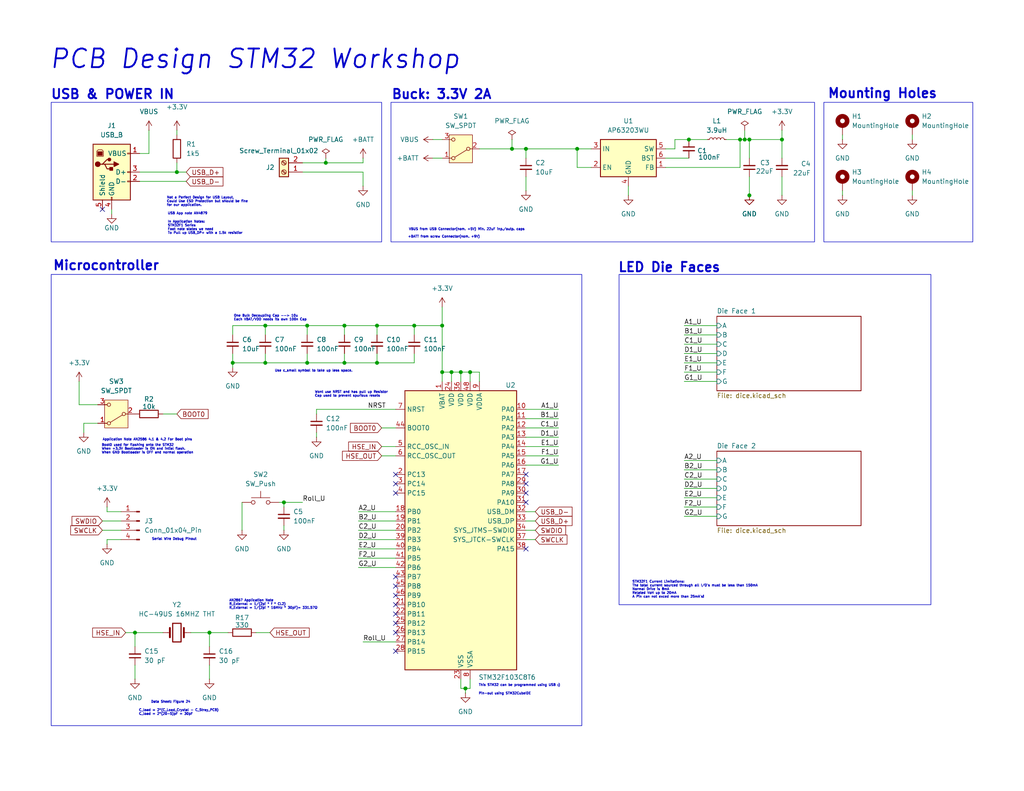
<source format=kicad_sch>
(kicad_sch (version 20250114) (generator "eeschema") (generator_version "9.0")
  (paper "USLetter")
  (title_block (title "STM32F4 PCB Workshop ") (date "2025-09-18") (rev "V1.0") (company "Matthew Smith"))
  (lib_symbols
    (symbol "Connector:Conn_01x04_Pin" (pin_names (offset 1.016) (hide yes))
      (property "Reference" "J" (at 0 5.08 0))
      (property "Value" "Conn_01x04_Pin" (at 0 -7.62 0))
      (symbol "Conn_01x04_Pin_1_1"
        (rectangle (start 0.8636 2.667) (end 0 2.413) (stroke (width 0.1524)) (fill (type outline)))
        (rectangle (start 0.8636 0.127) (end 0 -0.127) (stroke (width 0.1524)) (fill (type outline)))
        (rectangle (start 0.8636 -2.413) (end 0 -2.667) (stroke (width 0.1524)) (fill (type outline)))
        (rectangle (start 0.8636 -4.953) (end 0 -5.207) (stroke (width 0.1524)) (fill (type outline)))
        (polyline (pts (xy 1.27 2.54) (xy 0.8636 2.54)) (stroke (width 0.1524)))
        (polyline (pts (xy 1.27 0) (xy 0.8636 0)) (stroke (width 0.1524)))
        (polyline (pts (xy 1.27 -2.54) (xy 0.8636 -2.54)) (stroke (width 0.1524)))
        (polyline (pts (xy 1.27 -5.08) (xy 0.8636 -5.08)) (stroke (width 0.1524)))
        (pin passive line (at 5.08 2.54 180) (length 3.81) (name "Pin_1") (number "1"))
        (pin passive line (at 5.08 0 180) (length 3.81) (name "Pin_2") (number "2"))
        (pin passive line (at 5.08 -2.54 180) (length 3.81) (name "Pin_3") (number "3"))
        (pin passive line (at 5.08 -5.08 180) (length 3.81) (name "Pin_4") (number "4"))
      )
    )
    (symbol "Connector:Screw_Terminal_01x02" (pin_names (offset 1.016) (hide yes))
      (property "Reference" "J" (at 0 2.54 0))
      (property "Value" "Screw_Terminal_01x02" (at 0 -5.08 0))
      (symbol "Screw_Terminal_01x02_1_1"
        (rectangle (start -1.27 1.27) (end 1.27 -3.81) (stroke (width 0.254)) (fill (type background)))
        (polyline (pts (xy -0.5334 0.3302) (xy 0.3302 -0.508)) (stroke (width 0.1524)))
        (polyline (pts (xy -0.5334 -2.2098) (xy 0.3302 -3.048)) (stroke (width 0.1524)))
        (polyline (pts (xy -0.3556 0.508) (xy 0.508 -0.3302)) (stroke (width 0.1524)))
        (polyline (pts (xy -0.3556 -2.032) (xy 0.508 -2.8702)) (stroke (width 0.1524)))
        (circle (center 0 0) (radius 0.635) (stroke (width 0.1524)))
        (circle (center 0 -2.54) (radius 0.635) (stroke (width 0.1524)))
        (pin passive line (at -5.08 0 0) (length 3.81) (name "Pin_1") (number "1"))
        (pin passive line (at -5.08 -2.54 0) (length 3.81) (name "Pin_2") (number "2"))
      )
    )
    (symbol "Connector:USB_B" (pin_names (offset 1.016))
      (property "Reference" "J" (at -5.08 11.43 0))
      (property "Value" "USB_B" (at -5.08 8.89 0))
      (symbol "USB_B_0_1"
        (rectangle (start -5.08 -7.62) (end 5.08 7.62) (stroke (width 0.254)) (fill (type background)))
        (polyline (pts (xy -4.064 4.318) (xy -2.286 4.318) (xy -2.286 5.715) (xy -2.667 6.096) (xy -3.683 6.096) (xy -4.064 5.715) (xy -4.064 4.318)))
        (rectangle (start -3.81 5.588) (end -2.54 4.572) (fill (type outline)))
        (circle (center -3.81 2.159) (radius 0.635) (stroke (width 0.254)) (fill (type outline)))
        (polyline (pts (xy -3.175 2.159) (xy -2.54 2.159) (xy -1.27 3.429) (xy -0.635 3.429)) (stroke (width 0.254)))
        (polyline (pts (xy -2.54 2.159) (xy -1.905 2.159) (xy -1.27 0.889) (xy 0 0.889)) (stroke (width 0.254)))
        (polyline (pts (xy -1.905 2.159) (xy 0.635 2.159)) (stroke (width 0.254)))
        (circle (center -0.635 3.429) (radius 0.381) (stroke (width 0.254)) (fill (type outline)))
        (rectangle (start -0.127 -7.62) (end 0.127 -6.858))
        (rectangle (start 0.254 1.27) (end -0.508 0.508) (stroke (width 0.254)) (fill (type outline)))
        (polyline (pts (xy 0.635 2.794) (xy 0.635 1.524) (xy 1.905 2.159) (xy 0.635 2.794)) (stroke (width 0.254)) (fill (type outline)))
        (rectangle (start 5.08 4.953) (end 4.318 5.207))
        (rectangle (start 5.08 -0.127) (end 4.318 0.127))
        (rectangle (start 5.08 -2.667) (end 4.318 -2.413))
      )
      (symbol "USB_B_1_1"
        (pin passive line (at -2.54 -10.16 90) (length 2.54) (name "Shield") (number "5"))
        (pin power_out line (at 0 -10.16 90) (length 2.54) (name "GND") (number "4"))
        (pin power_out line (at 7.62 5.08 180) (length 2.54) (name "VBUS") (number "1"))
        (pin bidirectional line (at 7.62 0 180) (length 2.54) (name "D+") (number "3"))
        (pin bidirectional line (at 7.62 -2.54 180) (length 2.54) (name "D-") (number "2"))
      )
    )
    (symbol "Device:C_Small" (pin_numbers (hide yes)) (pin_names (offset 0.254) (hide yes))
      (property "Reference" "C" (at 0.254 1.778 0))
      (property "Value" "C_Small" (at 0.254 -2.032 0))
      (symbol "C_Small_0_1"
        (polyline (pts (xy -1.524 0.508) (xy 1.524 0.508)) (stroke (width 0.3048)))
        (polyline (pts (xy -1.524 -0.508) (xy 1.524 -0.508)) (stroke (width 0.3302)))
      )
      (symbol "C_Small_1_1"
        (pin passive line (at 0 2.54 270) (length 2.032) (name "~") (number "1"))
        (pin passive line (at 0 -2.54 90) (length 2.032) (name "~") (number "2"))
      )
    )
    (symbol "Device:Crystal" (pin_numbers (hide yes)) (pin_names (offset 1.016) (hide yes))
      (property "Reference" "Y" (at 0 3.81 0))
      (property "Value" "Crystal" (at 0 -3.81 0))
      (symbol "Crystal_0_1"
        (polyline (pts (xy -2.54 0) (xy -1.905 0)))
        (polyline (pts (xy -1.905 -1.27) (xy -1.905 1.27)) (stroke (width 0.508)))
        (rectangle (start -1.143 2.54) (end 1.143 -2.54) (stroke (width 0.3048)))
        (polyline (pts (xy 1.905 -1.27) (xy 1.905 1.27)) (stroke (width 0.508)))
        (polyline (pts (xy 2.54 0) (xy 1.905 0)))
      )
      (symbol "Crystal_1_1"
        (pin passive line (at -3.81 0 0) (length 1.27) (name "1") (number "1"))
        (pin passive line (at 3.81 0 180) (length 1.27) (name "2") (number "2"))
      )
    )
    (symbol "Device:L_Small" (pin_numbers (hide yes)) (pin_names (offset 0.254) (hide yes))
      (property "Reference" "L" (at 0.762 1.016 0))
      (property "Value" "L_Small" (at 0.762 -1.016 0))
      (symbol "L_Small_0_1"
        (arc (start 0 2.032) (mid 0.5058 1.524) (end 0 1.016))
        (arc (start 0 1.016) (mid 0.5058 0.508) (end 0 0))
        (arc (start 0 0) (mid 0.5058 -0.508) (end 0 -1.016))
        (arc (start 0 -1.016) (mid 0.5058 -1.524) (end 0 -2.032))
      )
      (symbol "L_Small_1_1"
        (pin passive line (at 0 2.54 270) (length 0.508) (name "~") (number "1"))
        (pin passive line (at 0 -2.54 90) (length 0.508) (name "~") (number "2"))
      )
    )
    (symbol "Device:R" (pin_numbers (hide yes)) (pin_names (offset 0))
      (property "Reference" "R" (at 2.032 0 90))
      (property "Value" "R" (at 0 0 90))
      (symbol "R_0_1"
        (rectangle (start -1.016 -2.54) (end 1.016 2.54) (stroke (width 0.254)))
      )
      (symbol "R_1_1"
        (pin passive line (at 0 3.81 270) (length 1.27) (name "~") (number "1"))
        (pin passive line (at 0 -3.81 90) (length 1.27) (name "~") (number "2"))
      )
    )
    (symbol "MCU_ST_STM32F1:STM32F103C8Tx"
      (property "Reference" "U" (at -15.24 39.37 0))
      (property "Value" "STM32F103C8Tx" (at 7.62 39.37 0))
      (symbol "STM32F103C8Tx_0_1"
        (rectangle (start -15.24 -38.1) (end 15.24 38.1) (stroke (width 0.254)) (fill (type background)))
      )
      (symbol "STM32F103C8Tx_1_1"
        (pin input line (at -17.78 33.02 0) (length 2.54) (name "NRST") (number "7"))
        (pin input line (at -17.78 27.94 0) (length 2.54) (name "BOOT0") (number "44"))
        (pin bidirectional line (at -17.78 22.86 0) (length 2.54) (name "PD0") (number "5") (alternate "RCC_OSC_IN" bidirectional line))
        (pin bidirectional line (at -17.78 20.32 0) (length 2.54) (name "PD1") (number "6") (alternate "RCC_OSC_OUT" bidirectional line))
        (pin bidirectional line (at -17.78 15.24 0) (length 2.54) (name "PC13") (number "2"))
        (pin bidirectional line (at -17.78 12.7 0) (length 2.54) (name "PC14") (number "3"))
        (pin bidirectional line (at -17.78 10.16 0) (length 2.54) (name "PC15") (number "4"))
        (pin bidirectional line (at -17.78 5.08 0) (length 2.54) (name "PB0") (number "18"))
        (pin bidirectional line (at -17.78 2.54 0) (length 2.54) (name "PB1") (number "19"))
        (pin bidirectional line (at -17.78 0 0) (length 2.54) (name "PB2") (number "20"))
        (pin bidirectional line (at -17.78 -2.54 0) (length 2.54) (name "PB3") (number "39"))
        (pin bidirectional line (at -17.78 -5.08 0) (length 2.54) (name "PB4") (number "40"))
        (pin bidirectional line (at -17.78 -7.62 0) (length 2.54) (name "PB5") (number "41"))
        (pin bidirectional line (at -17.78 -10.16 0) (length 2.54) (name "PB6") (number "42"))
        (pin bidirectional line (at -17.78 -12.7 0) (length 2.54) (name "PB7") (number "43"))
        (pin bidirectional line (at -17.78 -15.24 0) (length 2.54) (name "PB8") (number "45"))
        (pin bidirectional line (at -17.78 -17.78 0) (length 2.54) (name "PB9") (number "46"))
        (pin bidirectional line (at -17.78 -20.32 0) (length 2.54) (name "PB10") (number "21"))
        (pin bidirectional line (at -17.78 -22.86 0) (length 2.54) (name "PB11") (number "22"))
        (pin bidirectional line (at -17.78 -25.4 0) (length 2.54) (name "PB12") (number "25"))
        (pin bidirectional line (at -17.78 -27.94 0) (length 2.54) (name "PB13") (number "26"))
        (pin bidirectional line (at -17.78 -30.48 0) (length 2.54) (name "PB14") (number "27"))
        (pin bidirectional line (at -17.78 -33.02 0) (length 2.54) (name "PB15") (number "28"))
        (pin power_in line (at -5.08 40.64 270) (length 2.54) (name "VBAT") (number "1"))
        (pin power_in line (at -2.54 40.64 270) (length 2.54) (name "VDD") (number "24"))
        (pin power_in line (at 0 40.64 270) (length 2.54) (name "VDD") (number "36"))
        (pin power_in line (at 0 -40.64 90) (length 2.54) (name "VSS") (number "23"))
        (pin passive line (at 0 -40.64 90) (length 2.54) (hide yes) (name "VSS") (number "35"))
        (pin passive line (at 0 -40.64 90) (length 2.54) (hide yes) (name "VSS") (number "47"))
        (pin power_in line (at 2.54 40.64 270) (length 2.54) (name "VDD") (number "48"))
        (pin power_in line (at 2.54 -40.64 90) (length 2.54) (name "VSSA") (number "8"))
        (pin power_in line (at 5.08 40.64 270) (length 2.54) (name "VDDA") (number "9"))
        (pin bidirectional line (at 17.78 33.02 180) (length 2.54) (name "PA0") (number "10"))
        (pin bidirectional line (at 17.78 30.48 180) (length 2.54) (name "PA1") (number "11"))
        (pin bidirectional line (at 17.78 27.94 180) (length 2.54) (name "PA2") (number "12"))
        (pin bidirectional line (at 17.78 25.4 180) (length 2.54) (name "PA3") (number "13"))
        (pin bidirectional line (at 17.78 22.86 180) (length 2.54) (name "PA4") (number "14"))
        (pin bidirectional line (at 17.78 20.32 180) (length 2.54) (name "PA5") (number "15"))
        (pin bidirectional line (at 17.78 17.78 180) (length 2.54) (name "PA6") (number "16"))
        (pin bidirectional line (at 17.78 15.24 180) (length 2.54) (name "PA7") (number "17"))
        (pin bidirectional line (at 17.78 12.7 180) (length 2.54) (name "PA8") (number "29"))
        (pin bidirectional line (at 17.78 10.16 180) (length 2.54) (name "PA9") (number "30"))
        (pin bidirectional line (at 17.78 7.62 180) (length 2.54) (name "PA10") (number "31"))
        (pin bidirectional line (at 17.78 5.08 180) (length 2.54) (name "PA11") (number "32") (alternate "USB_DM" bidirectional line))
        (pin bidirectional line (at 17.78 2.54 180) (length 2.54) (name "PA12") (number "33") (alternate "USB_DP" bidirectional line))
        (pin bidirectional line (at 17.78 0 180) (length 2.54) (name "PA13") (number "34") (alternate "SYS_JTMS-SWDIO" bidirectional line))
        (pin bidirectional line (at 17.78 -2.54 180) (length 2.54) (name "PA14") (number "37") (alternate "SYS_JTCK-SWCLK" bidirectional line))
        (pin bidirectional line (at 17.78 -5.08 180) (length 2.54) (name "PA15") (number "38"))
      )
    )
    (symbol "Mechanical:MountingHole_Pad" (pin_numbers (hide yes)) (pin_names (offset 1.016) (hide yes)) (in_bom no)
      (property "Reference" "H" (at 0 6.35 0))
      (property "Value" "MountingHole_Pad" (at 0 4.445 0))
      (symbol "MountingHole_Pad_0_1"
        (circle (center 0 1.27) (radius 1.27) (stroke (width 1.27)))
      )
      (symbol "MountingHole_Pad_1_1"
        (pin input line (at 0 -2.54 90) (length 2.54) (name "1") (number "1"))
      )
    )
    (symbol "Regulator_Switching:AP63203WU"
      (property "Reference" "U" (at -7.62 6.35 0))
      (property "Value" "AP63203WU" (at 2.54 6.35 0))
      (symbol "AP63203WU_0_1"
        (rectangle (start -7.62 5.08) (end 7.62 -5.08) (stroke (width 0.254)) (fill (type background)))
      )
      (symbol "AP63203WU_1_1"
        (pin power_in line (at -10.16 2.54 0) (length 2.54) (name "IN") (number "3"))
        (pin input line (at -10.16 -2.54 0) (length 2.54) (name "EN") (number "2"))
        (pin power_in line (at 0 -7.62 90) (length 2.54) (name "GND") (number "4"))
        (pin output line (at 10.16 2.54 180) (length 2.54) (name "SW") (number "5"))
        (pin passive line (at 10.16 0 180) (length 2.54) (name "BST") (number "6"))
        (pin input line (at 10.16 -2.54 180) (length 2.54) (name "FB") (number "1"))
      )
    )
    (symbol "Switch:SW_Push" (pin_numbers (hide yes)) (pin_names (offset 1.016) (hide yes))
      (property "Reference" "SW" (at 1.27 2.54 0))
      (property "Value" "SW_Push" (at 0 -1.524 0))
      (symbol "SW_Push_0_1"
        (circle (center -2.032 0) (radius 0.508))
        (polyline (pts (xy 0 1.27) (xy 0 3.048)))
        (circle (center 2.032 0) (radius 0.508))
        (polyline (pts (xy 2.54 1.27) (xy -2.54 1.27)))
        (pin passive line (at -5.08 0 0) (length 2.54) (name "1") (number "1"))
        (pin passive line (at 5.08 0 180) (length 2.54) (name "2") (number "2"))
      )
    )
    (symbol "Switch:SW_SPDT" (pin_names (offset 0) (hide yes))
      (property "Reference" "SW" (at 0 5.08 0))
      (property "Value" "SW_SPDT" (at 0 -5.08 0))
      (symbol "SW_SPDT_0_1"
        (circle (center -2.032 0) (radius 0.4572))
        (polyline (pts (xy -1.651 0.254) (xy 1.651 2.286)))
        (circle (center 2.032 2.54) (radius 0.4572))
        (circle (center 2.032 -2.54) (radius 0.4572))
      )
      (symbol "SW_SPDT_1_1"
        (rectangle (start -3.175 3.81) (end 3.175 -3.81) (fill (type background)))
        (pin passive line (at -5.08 0 0) (length 2.54) (name "B") (number "2"))
        (pin passive line (at 5.08 2.54 180) (length 2.54) (name "A") (number "1"))
        (pin passive line (at 5.08 -2.54 180) (length 2.54) (name "C") (number "3"))
      )
    )
    (symbol "power:+3.3V" (power) (pin_numbers (hide yes)) (pin_names (offset 0) (hide yes))
      (property "Value" "+3.3V" (at 0 3.556 0))
      (symbol "+3.3V_0_1"
        (polyline (pts (xy -0.762 1.27) (xy 0 2.54)))
        (polyline (pts (xy 0 2.54) (xy 0.762 1.27)))
        (polyline (pts (xy 0 0) (xy 0 2.54)))
      )
      (symbol "+3.3V_1_1"
        (pin power_in line (at 0 0 90) (length 0) (name "~") (number "1"))
      )
    )
    (symbol "power:+BATT" (power) (pin_numbers (hide yes)) (pin_names (offset 0) (hide yes))
      (property "Value" "+BATT" (at 0 3.556 0))
      (symbol "+BATT_0_1"
        (polyline (pts (xy -0.762 1.27) (xy 0 2.54)))
        (polyline (pts (xy 0 2.54) (xy 0.762 1.27)))
        (polyline (pts (xy 0 0) (xy 0 2.54)))
      )
      (symbol "+BATT_1_1"
        (pin power_in line (at 0 0 90) (length 0) (name "~") (number "1"))
      )
    )
    (symbol "power:GND" (power) (pin_numbers (hide yes)) (pin_names (offset 0) (hide yes))
      (property "Value" "GND" (at 0 -3.81 0))
      (symbol "GND_0_1"
        (polyline (pts (xy 0 0) (xy 0 -1.27) (xy 1.27 -1.27) (xy 0 -2.54) (xy -1.27 -1.27) (xy 0 -1.27)))
      )
      (symbol "GND_1_1"
        (pin power_in line (at 0 0 270) (length 0) (name "~") (number "1"))
      )
    )
    (symbol "power:PWR_FLAG" (power) (pin_numbers (hide yes)) (pin_names (offset 0) (hide yes))
      (property "Value" "PWR_FLAG" (at 0 3.81 0))
      (symbol "PWR_FLAG_0_0"
        (pin power_out line (at 0 0 90) (length 0) (name "~") (number "1"))
      )
      (symbol "PWR_FLAG_0_1"
        (polyline (pts (xy 0 0) (xy 0 1.27) (xy -1.016 1.905) (xy 0 2.54) (xy 1.016 1.905) (xy 0 1.27)))
      )
    )
    (symbol "power:VBUS" (power) (pin_numbers (hide yes)) (pin_names (offset 0) (hide yes))
      (property "Value" "VBUS" (at 0 3.556 0))
      (symbol "VBUS_0_1"
        (polyline (pts (xy -0.762 1.27) (xy 0 2.54)))
        (polyline (pts (xy 0 2.54) (xy 0.762 1.27)))
        (polyline (pts (xy 0 0) (xy 0 2.54)))
      )
      (symbol "VBUS_1_1"
        (pin power_in line (at 0 0 90) (length 0) (name "~") (number "1"))
      )
    )
  )
  (rectangle (start 13.97 27.94) (end 104.14 66.04))
  (rectangle (start 224.79 27.94) (end 265.43 66.04))
  (rectangle (start 106.68 27.94) (end 222.25 66.04))
  (rectangle (start 168.91 74.93) (end 254 165.1))
  (rectangle (start 13.97 74.93) (end 158.75 198.12))
  (text "VBUS from USB Connector(nom. +5V) Min. 22uF inp./outp. caps" (at 111.506 62.738 0) (effects (font (size 0.635 0.635)) (justify left)))
  (text "USB & POWER IN" (at 30.734 25.908 0) (effects (font (size 2.54 2.54) (thickness 0.508) (bold yes))))
  (text "PCB Design STM32 Workshop" (at 69.596 16.256 0) (effects (font (size 5.08 5.08) (thickness 0.508) (bold yes) (italic yes))))
  (text "USB App note AN4879" (at 45.72 58.42 0) (effects (font (size 0.635 0.635)) (justify left)))
  (text "In Application Notes:\nSTM32F1 Series \nFoot note states we need\nTo Pull up USB_DP+ with a 1.5k resistior\n\n" (at 45.72 62.738 0) (effects (font (size 0.635 0.635)) (justify left)))
  (text "This STM32 can be programmed using USB :)" (at 130.556 187.198 0) (effects (font (size 0.635 0.635)) (justify left)))
  (text "+BATT from screw Connector(nom. +9V)" (at 111.252 64.77 0) (effects (font (size 0.635 0.635)) (justify left)))
  (text "LED Die Faces" (at 182.626 73.152 0) (effects (font (size 2.54 2.54) (thickness 0.508) (bold yes))))
  (text "AN2867 Application Note\nR_External = 1/(2pi * f * CL2)\nR_External = 1/(2pi * 16MHz * 30pF)= 331.57Ω" (at 62.484 165.1 0) (effects (font (size 0.635 0.635)) (justify left)))
  (text "C_load = 2*(C_Load_Crystal - C_Stray_PCB)\nC_load = 2*(20-5)pF = 30pF" (at 37.846 194.564 0) (effects (font (size 0.635 0.635)) (justify left)))
  (text "Use c_small symbol to take up less space." (at 74.93 101.346 0) (effects (font (size 0.635 0.635)) (justify left)))
  (text "Mounting Holes" (at 240.792 25.654 0) (effects (font (size 2.54 2.54) (thickness 0.508) (bold yes))))
  (text "One Bulk Decoupling Cap --> 10u\nEach VBAT/VDD needs its own 100n Cap\n" (at 63.754 86.868 0) (effects (font (size 0.635 0.635)) (justify left)))
  (text "Wont use NRST and has pull up Resistor\nCap used to prevent spurious resets" (at 85.852 107.696 0) (effects (font (size 0.635 0.635)) (justify left)))
  (text "Pin-out using STM32CubeIDE" (at 130.556 189.484 0) (effects (font (size 0.635 0.635)) (justify left)))
  (text "Not a Perfect Design for USB Layout,\nCould Use ESD Protection but should be fine \nfor our application." (at 45.466 55.118 0) (effects (font (size 0.635 0.635)) (justify left)))
  (text "Data Sheet: Figure 24" (at 41.148 191.77 0) (effects (font (size 0.635 0.635)) (justify left)))
  (text "Buck: 3.3V 2A" (at 106.68 25.908 0) (effects (font (size 2.54 2.54) (thickness 0.508) (bold yes)) (justify left)))
  (text "Microcontroller" (at 28.956 72.644 0) (effects (font (size 2.54 2.54) (thickness 0.508) (bold yes))))
  (text "STM32F1 Current Limitations:\nThe total current sourced through all I/O's must be less than 150mA\nNormal Drive is 8mA\nRelated VoH up to 20mA\nA Pin can not exced more than 25mA's!" (at 172.466 161.036 0) (effects (font (size 0.635 0.635)) (justify left)))
  (text "Boot0 used for flashing onto the STM32\nWhen +3.3V Bootloader is ON and intial flash.\nWhen GND Bootloader is OFF and normal operation" (at 27.686 122.682 0) (effects (font (size 0.635 0.635)) (justify left)))
  (text "Serial Wire Debug Pinout\n\n" (at 41.402 147.828 0) (effects (font (size 0.635 0.635)) (justify left)))
  (text "Application Note AN2586 4.1 & 4.2 For Boot pins" (at 27.94 120.142 0) (effects (font (size 0.635 0.635)) (justify left)))
  (junction (at 102.87 99.06))
  (junction (at 203.2 38.1))
  (junction (at 213.36 38.1))
  (junction (at 63.5 99.06))
  (junction (at 143.51 40.64))
  (junction (at 36.83 172.72))
  (junction (at 120.65 88.9))
  (junction (at 83.82 88.9))
  (junction (at 48.26 46.99))
  (junction (at 83.82 99.06))
  (junction (at 123.19 101.6))
  (junction (at 72.39 99.06))
  (junction (at 57.15 172.72))
  (junction (at 157.48 40.64))
  (junction (at 201.93 38.1))
  (junction (at 93.98 88.9))
  (junction (at 113.03 88.9))
  (junction (at 120.65 101.6))
  (junction (at 77.47 137.16))
  (junction (at 204.47 38.1))
  (junction (at 187.96 38.1))
  (junction (at 139.7 40.64))
  (junction (at 204.47 53.34))
  (junction (at 125.73 101.6))
  (junction (at 128.27 101.6))
  (junction (at 72.39 88.9))
  (junction (at 127 187.96))
  (junction (at 102.87 88.9))
  (junction (at 88.9 44.45))
  (junction (at 93.98 99.06))
  (no_connect (at 107.95 132.08))
  (no_connect (at 143.51 149.86))
  (no_connect (at 107.95 177.8))
  (no_connect (at 107.95 157.48))
  (no_connect (at 143.51 134.62))
  (no_connect (at 143.51 129.54))
  (no_connect (at 107.95 170.18))
  (no_connect (at 27.94 57.15))
  (no_connect (at 107.95 134.62))
  (no_connect (at 143.51 137.16))
  (no_connect (at 107.95 129.54))
  (no_connect (at 107.95 162.56))
  (no_connect (at 107.95 160.02))
  (no_connect (at 107.95 172.72))
  (no_connect (at 107.95 167.64))
  (no_connect (at 143.51 132.08))
  (no_connect (at 107.95 165.1))
  (wire (pts (xy 63.5 88.9) (xy 72.39 88.9)))
  (wire (pts (xy 57.15 172.72) (xy 57.15 176.53)))
  (wire (pts (xy 99.06 43.18) (xy 99.06 44.45)))
  (wire (pts (xy 181.61 45.72) (xy 201.93 45.72)))
  (wire (pts (xy 146.05 139.7) (xy 143.51 139.7)))
  (wire (pts (xy 93.98 99.06) (xy 83.82 99.06)))
  (wire (pts (xy 27.94 144.78) (xy 33.02 144.78)))
  (wire (pts (xy 77.47 143.51) (xy 77.47 144.78)))
  (wire (pts (xy 36.83 181.61) (xy 36.83 185.42)))
  (wire (pts (xy 203.2 38.1) (xy 204.47 38.1)))
  (wire (pts (xy 125.73 101.6) (xy 123.19 101.6)))
  (wire (pts (xy 143.51 116.84) (xy 152.4 116.84)))
  (wire (pts (xy 83.82 88.9) (xy 83.82 91.44)))
  (wire (pts (xy 195.58 93.98) (xy 186.69 93.98)))
  (wire (pts (xy 157.48 45.72) (xy 157.48 40.64)))
  (wire (pts (xy 113.03 88.9) (xy 120.65 88.9)))
  (wire (pts (xy 104.14 116.84) (xy 107.95 116.84)))
  (wire (pts (xy 213.36 35.56) (xy 213.36 38.1)))
  (wire (pts (xy 195.58 133.35) (xy 186.69 133.35)))
  (wire (pts (xy 143.51 40.64) (xy 143.51 43.18)))
  (wire (pts (xy 171.45 50.8) (xy 171.45 53.34)))
  (wire (pts (xy 82.55 44.45) (xy 88.9 44.45)))
  (wire (pts (xy 63.5 99.06) (xy 63.5 100.33)))
  (wire (pts (xy 97.79 139.7) (xy 107.95 139.7)))
  (wire (pts (xy 120.65 88.9) (xy 120.65 101.6)))
  (wire (pts (xy 72.39 96.52) (xy 72.39 99.06)))
  (wire (pts (xy 128.27 101.6) (xy 130.81 101.6)))
  (wire (pts (xy 248.92 38.1) (xy 248.92 36.83)))
  (wire (pts (xy 30.48 57.15) (xy 30.48 58.42)))
  (wire (pts (xy 143.51 119.38) (xy 152.4 119.38)))
  (wire (pts (xy 204.47 38.1) (xy 204.47 43.18)))
  (wire (pts (xy 86.36 118.11) (xy 86.36 119.38)))
  (wire (pts (xy 72.39 88.9) (xy 83.82 88.9)))
  (wire (pts (xy 29.21 138.43) (xy 29.21 139.7)))
  (wire (pts (xy 86.36 111.76) (xy 107.95 111.76)))
  (wire (pts (xy 195.58 88.9) (xy 186.69 88.9)))
  (wire (pts (xy 88.9 43.18) (xy 88.9 44.45)))
  (wire (pts (xy 99.06 46.99) (xy 82.55 46.99)))
  (wire (pts (xy 229.87 53.34) (xy 229.87 52.07)))
  (wire (pts (xy 104.14 121.92) (xy 107.95 121.92)))
  (wire (pts (xy 128.27 187.96) (xy 127 187.96)))
  (wire (pts (xy 57.15 181.61) (xy 57.15 185.42)))
  (wire (pts (xy 198.12 38.1) (xy 201.93 38.1)))
  (wire (pts (xy 161.29 45.72) (xy 157.48 45.72)))
  (wire (pts (xy 77.47 138.43) (xy 77.47 137.16)))
  (wire (pts (xy 107.95 152.4) (xy 97.79 152.4)))
  (wire (pts (xy 104.14 124.46) (xy 107.95 124.46)))
  (wire (pts (xy 63.5 96.52) (xy 63.5 99.06)))
  (wire (pts (xy 143.51 114.3) (xy 152.4 114.3)))
  (wire (pts (xy 72.39 88.9) (xy 72.39 91.44)))
  (wire (pts (xy 186.69 135.89) (xy 195.58 135.89)))
  (wire (pts (xy 139.7 40.64) (xy 143.51 40.64)))
  (wire (pts (xy 102.87 99.06) (xy 113.03 99.06)))
  (wire (pts (xy 97.79 142.24) (xy 107.95 142.24)))
  (wire (pts (xy 186.69 140.97) (xy 195.58 140.97)))
  (wire (pts (xy 48.26 35.56) (xy 48.26 36.83)))
  (wire (pts (xy 195.58 96.52) (xy 186.69 96.52)))
  (wire (pts (xy 38.1 49.53) (xy 50.8 49.53)))
  (wire (pts (xy 187.96 38.1) (xy 193.04 38.1)))
  (wire (pts (xy 57.15 172.72) (xy 62.23 172.72)))
  (wire (pts (xy 102.87 88.9) (xy 113.03 88.9)))
  (wire (pts (xy 29.21 147.32) (xy 33.02 147.32)))
  (wire (pts (xy 29.21 139.7) (xy 33.02 139.7)))
  (wire (pts (xy 184.15 38.1) (xy 187.96 38.1)))
  (wire (pts (xy 83.82 99.06) (xy 72.39 99.06)))
  (wire (pts (xy 113.03 88.9) (xy 113.03 91.44)))
  (wire (pts (xy 125.73 101.6) (xy 128.27 101.6)))
  (wire (pts (xy 48.26 44.45) (xy 48.26 46.99)))
  (wire (pts (xy 128.27 104.14) (xy 128.27 101.6)))
  (wire (pts (xy 83.82 88.9) (xy 93.98 88.9)))
  (wire (pts (xy 120.65 101.6) (xy 120.65 104.14)))
  (wire (pts (xy 120.65 83.82) (xy 120.65 88.9)))
  (wire (pts (xy 113.03 96.52) (xy 113.03 99.06)))
  (wire (pts (xy 195.58 130.81) (xy 186.69 130.81)))
  (wire (pts (xy 184.15 40.64) (xy 184.15 38.1)))
  (wire (pts (xy 99.06 175.26) (xy 107.95 175.26)))
  (wire (pts (xy 213.36 38.1) (xy 213.36 43.18)))
  (wire (pts (xy 76.2 137.16) (xy 77.47 137.16)))
  (wire (pts (xy 93.98 88.9) (xy 102.87 88.9)))
  (wire (pts (xy 48.26 46.99) (xy 38.1 46.99)))
  (wire (pts (xy 195.58 91.44) (xy 186.69 91.44)))
  (wire (pts (xy 83.82 96.52) (xy 83.82 99.06)))
  (wire (pts (xy 204.47 38.1) (xy 213.36 38.1)))
  (wire (pts (xy 102.87 96.52) (xy 102.87 99.06)))
  (wire (pts (xy 181.61 40.64) (xy 184.15 40.64)))
  (wire (pts (xy 143.51 142.24) (xy 146.05 142.24)))
  (wire (pts (xy 97.79 149.86) (xy 107.95 149.86)))
  (wire (pts (xy 143.51 127) (xy 152.4 127)))
  (wire (pts (xy 143.51 40.64) (xy 157.48 40.64)))
  (wire (pts (xy 146.05 144.78) (xy 143.51 144.78)))
  (wire (pts (xy 27.94 142.24) (xy 33.02 142.24)))
  (wire (pts (xy 118.11 38.1) (xy 120.65 38.1)))
  (wire (pts (xy 201.93 38.1) (xy 203.2 38.1)))
  (wire (pts (xy 195.58 104.14) (xy 186.69 104.14)))
  (wire (pts (xy 99.06 46.99) (xy 99.06 50.8)))
  (wire (pts (xy 63.5 91.44) (xy 63.5 88.9)))
  (wire (pts (xy 22.86 115.57) (xy 22.86 118.11)))
  (wire (pts (xy 195.58 138.43) (xy 186.69 138.43)))
  (wire (pts (xy 186.69 128.27) (xy 195.58 128.27)))
  (wire (pts (xy 229.87 38.1) (xy 229.87 36.83)))
  (wire (pts (xy 213.36 48.26) (xy 213.36 53.34)))
  (wire (pts (xy 88.9 44.45) (xy 99.06 44.45)))
  (wire (pts (xy 128.27 185.42) (xy 128.27 187.96)))
  (wire (pts (xy 248.92 53.34) (xy 248.92 52.07)))
  (wire (pts (xy 125.73 185.42) (xy 125.73 187.96)))
  (wire (pts (xy 26.67 110.49) (xy 21.59 110.49)))
  (wire (pts (xy 203.2 35.56) (xy 203.2 38.1)))
  (wire (pts (xy 201.93 45.72) (xy 201.93 38.1)))
  (wire (pts (xy 125.73 187.96) (xy 127 187.96)))
  (wire (pts (xy 130.81 104.14) (xy 130.81 101.6)))
  (wire (pts (xy 40.64 35.56) (xy 40.64 41.91)))
  (wire (pts (xy 118.11 43.18) (xy 120.65 43.18)))
  (wire (pts (xy 52.07 172.72) (xy 57.15 172.72)))
  (wire (pts (xy 50.8 46.99) (xy 48.26 46.99)))
  (wire (pts (xy 107.95 147.32) (xy 97.79 147.32)))
  (wire (pts (xy 102.87 99.06) (xy 93.98 99.06)))
  (wire (pts (xy 21.59 104.14) (xy 21.59 110.49)))
  (wire (pts (xy 143.51 147.32) (xy 146.05 147.32)))
  (wire (pts (xy 40.64 41.91) (xy 38.1 41.91)))
  (wire (pts (xy 77.47 137.16) (xy 82.55 137.16)))
  (wire (pts (xy 143.51 124.46) (xy 152.4 124.46)))
  (wire (pts (xy 130.81 40.64) (xy 139.7 40.64)))
  (wire (pts (xy 102.87 88.9) (xy 102.87 91.44)))
  (wire (pts (xy 123.19 104.14) (xy 123.19 101.6)))
  (wire (pts (xy 186.69 125.73) (xy 195.58 125.73)))
  (wire (pts (xy 34.29 172.72) (xy 36.83 172.72)))
  (wire (pts (xy 66.04 144.78) (xy 66.04 137.16)))
  (wire (pts (xy 123.19 101.6) (xy 120.65 101.6)))
  (wire (pts (xy 36.83 172.72) (xy 36.83 176.53)))
  (wire (pts (xy 93.98 88.9) (xy 93.98 91.44)))
  (wire (pts (xy 125.73 104.14) (xy 125.73 101.6)))
  (wire (pts (xy 36.83 172.72) (xy 44.45 172.72)))
  (wire (pts (xy 204.47 48.26) (xy 204.47 53.34)))
  (wire (pts (xy 72.39 99.06) (xy 63.5 99.06)))
  (wire (pts (xy 107.95 144.78) (xy 97.79 144.78)))
  (wire (pts (xy 93.98 96.52) (xy 93.98 99.06)))
  (wire (pts (xy 127 189.23) (xy 127 187.96)))
  (wire (pts (xy 44.45 113.03) (xy 48.26 113.03)))
  (wire (pts (xy 195.58 99.06) (xy 186.69 99.06)))
  (wire (pts (xy 97.79 154.94) (xy 107.95 154.94)))
  (wire (pts (xy 195.58 101.6) (xy 186.69 101.6)))
  (wire (pts (xy 181.61 43.18) (xy 187.96 43.18)))
  (wire (pts (xy 143.51 48.26) (xy 143.51 52.07)))
  (wire (pts (xy 139.7 38.1) (xy 139.7 40.64)))
  (wire (pts (xy 143.51 121.92) (xy 152.4 121.92)))
  (wire (pts (xy 29.21 148.59) (xy 29.21 147.32)))
  (wire (pts (xy 157.48 40.64) (xy 161.29 40.64)))
  (wire (pts (xy 69.85 172.72) (xy 73.66 172.72)))
  (wire (pts (xy 86.36 113.03) (xy 86.36 111.76)))
  (wire (pts (xy 22.86 115.57) (xy 26.67 115.57)))
  (wire (pts (xy 143.51 111.76) (xy 152.4 111.76)))
  (label "G2_U" (at 97.79 154.94 0))
  (label "G2_U" (at 186.69 140.97 0))
  (label "A2_U" (at 97.79 139.7 0))
  (label "A1_U" (at 186.69 88.9 0))
  (label "F2_U" (at 186.69 138.43 0))
  (label "C2_U" (at 97.79 144.78 0))
  (label "B1_U" (at 152.4 114.3 180))
  (label "B2_U" (at 97.79 142.24 0))
  (label "NRST" (at 100.33 111.76 0))
  (label "F1_U" (at 152.4 124.46 180))
  (label "D2_U" (at 186.69 133.35 0))
  (label "E1_U" (at 152.4 121.92 180))
  (label "A2_U" (at 186.69 125.73 0))
  (label "D1_U" (at 186.69 96.52 0))
  (label "G1_U" (at 152.4 127 180))
  (label "E2_U" (at 97.79 149.86 0))
  (label "C2_U" (at 186.69 130.81 0))
  (label "G1_U" (at 186.69 104.14 0))
  (label "D2_U" (at 97.79 147.32 0))
  (label "E1_U" (at 186.69 99.06 0))
  (label "F2_U" (at 97.79 152.4 0))
  (label "D1_U" (at 152.4 119.38 180))
  (label "E2_U" (at 186.69 135.89 0))
  (label "A1_U" (at 152.4 111.76 180))
  (label "F1_U" (at 186.69 101.6 0))
  (label "C1_U" (at 186.69 93.98 0))
  (label "Roll_U" (at 99.06 175.26 0))
  (label "Roll_U" (at 82.55 137.16 0))
  (label "C1_U" (at 152.4 116.84 180))
  (label "B2_U" (at 186.69 128.27 0))
  (label "B1_U" (at 186.69 91.44 0))
  (global_label "USB_D-" (shape input) (at 50.8 49.53 0) (property "Intersheetrefs" "${INTERSHEET_REFS}" (effects (hide yes))))
  (global_label "USB_D-" (shape input) (at 146.05 139.7 0) (property "Intersheetrefs" "${INTERSHEET_REFS}" (effects (hide yes))))
  (global_label "SWCLK" (shape input) (at 146.05 147.32 0) (property "Intersheetrefs" "${INTERSHEET_REFS}" (effects (hide yes))))
  (global_label "SWDIO" (shape input) (at 146.05 144.78 0) (property "Intersheetrefs" "${INTERSHEET_REFS}" (effects (hide yes))))
  (global_label "BOOT0" (shape input) (at 48.26 113.03 0) (property "Intersheetrefs" "${INTERSHEET_REFS}" (effects (hide yes))))
  (global_label "HSE_OUT" (shape input) (at 104.14 124.46 180) (property "Intersheetrefs" "${INTERSHEET_REFS}" (effects (hide yes))))
  (global_label "USB_D+" (shape input) (at 146.05 142.24 0) (property "Intersheetrefs" "${INTERSHEET_REFS}" (effects (hide yes))))
  (global_label "HSE_IN" (shape input) (at 34.29 172.72 180) (property "Intersheetrefs" "${INTERSHEET_REFS}" (effects (hide yes))))
  (global_label "BOOT0" (shape input) (at 104.14 116.84 180) (property "Intersheetrefs" "${INTERSHEET_REFS}" (effects (hide yes))))
  (global_label "SWCLK" (shape input) (at 27.94 144.78 180) (property "Intersheetrefs" "${INTERSHEET_REFS}" (effects (hide yes))))
  (global_label "HSE_OUT" (shape input) (at 73.66 172.72 0) (property "Intersheetrefs" "${INTERSHEET_REFS}" (effects (hide yes))))
  (global_label "SWDIO" (shape input) (at 27.94 142.24 180) (property "Intersheetrefs" "${INTERSHEET_REFS}" (effects (hide yes))))
  (global_label "HSE_IN" (shape input) (at 104.14 121.92 180) (property "Intersheetrefs" "${INTERSHEET_REFS}" (effects (hide yes))))
  (global_label "USB_D+" (shape input) (at 50.8 46.99 0) (property "Intersheetrefs" "${INTERSHEET_REFS}" (effects (hide yes))))
  (symbol (lib_id "Device:C_Small") (at 143.51 45.72 0) (unit 1)
    (property "Reference" "C2" (at 146.05 44.4562 0) (effects (justify left)))
    (property "Value" "10uF" (at 146.05 46.9962 0) (effects (justify left)))
    (property "Footprint" "Capacitor_SMD:C_1206_3216Metric_Pad1.33x1.80mm_HandSolder" (effects (hide yes)))
    (property "Description" "Unpolarized capacitor, small symbol" (effects (hide yes)))
  )
  (symbol (lib_id "power:GND") (at 86.36 119.38 0) (unit 1)
    (property "Reference" "#PWR023" (effects (hide yes)))
    (property "Value" "GND" (at 86.36 124.46 0))
    (property "Description" "Power symbol creates a global label with name \"GND\" , ground" (effects (hide yes)))
  )
  (symbol (lib_id "Device:C_Small") (at 86.36 115.57 0) (unit 1)
    (property "Reference" "C12" (at 88.9 114.3062 0) (effects (justify left)))
    (property "Value" "100nF" (at 88.9 116.8462 0) (effects (justify left)))
    (property "Footprint" "Capacitor_SMD:C_1206_3216Metric_Pad1.33x1.80mm_HandSolder" (effects (hide yes)))
    (property "Description" "Unpolarized capacitor, small symbol" (effects (hide yes)))
  )
  (symbol (lib_id "power:VBUS") (at 118.11 38.1 90) (unit 1)
    (property "Reference" "#PWR04" (effects (hide yes)))
    (property "Value" "VBUS" (at 114.3 38.0999 90) (effects (justify left)))
    (property "Description" "Power symbol creates a global label with name \"VBUS\"" (effects (hide yes)))
  )
  (symbol (lib_id "power:GND") (at 99.06 50.8 0) (mirror y) (unit 1)
    (property "Reference" "#PWR09" (effects (hide yes)))
    (property "Value" "GND" (at 99.06 55.88 0))
    (property "Description" "Power symbol creates a global label with name \"GND\" , ground" (effects (hide yes)))
  )
  (symbol (lib_id "Device:C_Small") (at 102.87 93.98 0) (unit 1)
    (property "Reference" "C10" (at 105.41 92.7162 0) (effects (justify left)))
    (property "Value" "100nF" (at 105.41 95.2562 0) (effects (justify left)))
    (property "Footprint" "Capacitor_SMD:C_1206_3216Metric_Pad1.33x1.80mm_HandSolder" (effects (hide yes)))
    (property "Description" "Unpolarized capacitor, small symbol" (effects (hide yes)))
  )
  (symbol (lib_id "power:+BATT") (at 99.06 43.18 0) (unit 1)
    (property "Reference" "#PWR07" (effects (hide yes)))
    (property "Value" "+BATT" (at 99.06 38.1 0))
    (property "Description" "Power symbol creates a global label with name \"+BATT\"" (effects (hide yes)))
  )
  (symbol (lib_id "Switch:SW_Push") (at 71.12 137.16 0) (unit 1)
    (property "Reference" "SW2" (at 71.12 129.54 0))
    (property "Value" "SW_Push" (at 71.12 132.08 0))
    (property "Footprint" "Button_Switch_THT:SW_SPST_Omron_B3F-40xx" (effects (hide yes)))
    (property "Description" "Push button switch, generic, two pins" (effects (hide yes)))
  )
  (symbol (lib_id "Device:C_Small") (at 77.47 140.97 0) (unit 1)
    (property "Reference" "C5" (at 80.01 139.7062 0) (effects (justify left)))
    (property "Value" "100nF" (at 80.01 142.2462 0) (effects (justify left)))
    (property "Footprint" "Capacitor_SMD:C_1206_3216Metric_Pad1.33x1.80mm_HandSolder" (effects (hide yes)))
    (property "Description" "Unpolarized capacitor, small symbol" (effects (hide yes)))
  )
  (symbol (lib_id "power:GND") (at 66.04 144.78 0) (unit 1)
    (property "Reference" "#PWR019" (effects (hide yes)))
    (property "Value" "GND" (at 66.04 149.86 0))
    (property "Description" "Power symbol creates a global label with name \"GND\" , ground" (effects (hide yes)))
  )
  (symbol (lib_id "Device:L_Small") (at 195.58 38.1 90) (unit 1)
    (property "Reference" "L1" (at 195.58 33.02 90))
    (property "Value" "3.9uH" (at 195.58 35.56 90))
    (property "Footprint" "Inductor_SMD:L_Bourns_SDR0604" (effects (hide yes)))
    (property "Description" "Inductor, small symbol" (effects (hide yes)))
  )
  (symbol (lib_id "power:GND") (at 22.86 118.11 0) (mirror y) (unit 1)
    (property "Reference" "#PWR042" (effects (hide yes)))
    (property "Value" "GND" (at 22.86 123.19 0))
    (property "Description" "Power symbol creates a global label with name \"GND\" , ground" (effects (hide yes)))
  )
  (symbol (lib_id "Device:C_Small") (at 113.03 93.98 0) (unit 1)
    (property "Reference" "C11" (at 115.57 92.7162 0) (effects (justify left)))
    (property "Value" "100nF" (at 115.57 95.2562 0) (effects (justify left)))
    (property "Footprint" "Capacitor_SMD:C_1206_3216Metric_Pad1.33x1.80mm_HandSolder" (effects (hide yes)))
    (property "Description" "Unpolarized capacitor, small symbol" (effects (hide yes)))
  )
  (symbol (lib_id "Device:C_Small") (at 204.47 45.72 0) (mirror x) (unit 1)
    (property "Reference" "C3" (at 210.058 44.45 0) (effects (justify right)))
    (property "Value" "22uF" (at 211.074 46.736 0) (effects (justify right)))
    (property "Footprint" "Capacitor_SMD:C_1206_3216Metric_Pad1.33x1.80mm_HandSolder" (effects (hide yes)))
    (property "Description" "Unpolarized capacitor, small symbol" (effects (hide yes)))
  )
  (symbol (lib_id "power:+3.3V") (at 213.36 35.56 0) (unit 1)
    (property "Reference" "#PWR03" (effects (hide yes)))
    (property "Value" "+3.3V" (at 213.36 30.48 0))
    (property "Description" "Power symbol creates a global label with name \"+3.3V\"" (effects (hide yes)))
  )
  (symbol (lib_id "power:+3.3V") (at 21.59 104.14 0) (unit 1)
    (property "Reference" "#PWR022" (effects (hide yes)))
    (property "Value" "+3.3V" (at 21.59 99.06 0))
    (property "Description" "Power symbol creates a global label with name \"+3.3V\"" (effects (hide yes)))
  )
  (symbol (lib_id "power:+3.3V") (at 48.26 35.56 0) (unit 1)
    (property "Reference" "#PWR02" (effects (hide yes)))
    (property "Value" "+3.3V" (at 48.26 29.21 0))
    (property "Description" "Power symbol creates a global label with name \"+3.3V\"" (effects (hide yes)))
  )
  (symbol (lib_id "MCU_ST_STM32F1:STM32F103C8Tx") (at 125.73 144.78 0) (unit 1)
    (property "Reference" "U2" (at 137.922 105.156 0) (effects (justify left)))
    (property "Value" "STM32F103C8T6" (at 130.556 184.912 0) (effects (justify left)))
    (property "Footprint" "Package_QFP:LQFP-48_7x7mm_P0.5mm" (effects (hide yes)))
    (property "Datasheet" "https://www.st.com/resource/en/datasheet/stm32f103c8.pdf" (effects (hide yes)))
    (property "Description" "STMicroelectronics Arm Cortex-M3 MCU, 64KB flash, 20KB RAM, 72 MHz, 2.0-3.6V, 37 GPIO, LQFP48" (effects (hide yes)))
    (pin "6" (alternate "RCC_OSC_OUT"))
    (pin "5" (alternate "RCC_OSC_IN"))
    (pin "32" (alternate "USB_DM"))
    (pin "33" (alternate "USB_DP"))
    (pin "37" (alternate "SYS_JTCK-SWCLK"))
    (pin "34" (alternate "SYS_JTMS-SWDIO"))
  )
  (symbol (lib_id "power:GND") (at 36.83 185.42 0) (unit 1)
    (property "Reference" "#PWR043" (effects (hide yes)))
    (property "Value" "GND" (at 36.83 190.5 0))
    (property "Description" "Power symbol creates a global label with name \"GND\" , ground" (effects (hide yes)))
  )
  (symbol (lib_id "Switch:SW_SPDT") (at 125.73 40.64 180) (unit 1)
    (property "Reference" "SW1" (at 125.73 31.75 0))
    (property "Value" "SW_SPDT" (at 125.73 34.29 0))
    (property "Footprint" "Button_Switch_THT:SW_Slide_SPDT_Straight_CK_OS102011MS2Q" (effects (hide yes)))
    (property "Description" "Switch, single pole double throw" (effects (hide yes)))
  )
  (symbol (lib_id "Device:R") (at 40.64 113.03 270) (unit 1)
    (property "Reference" "R2" (at 40.64 108.966 90))
    (property "Value" "10k" (at 40.64 110.998 90))
    (property "Footprint" "Resistor_SMD:R_1206_3216Metric_Pad1.30x1.75mm_HandSolder" (effects (hide yes)))
    (property "Description" "Resistor" (effects (hide yes)))
  )
  (symbol (lib_id "power:GND") (at 204.47 53.34 0) (unit 1)
    (property "Reference" "#PWR012" (effects (hide yes)))
    (property "Value" "GND" (at 204.47 58.42 0))
    (property "Description" "Power symbol creates a global label with name \"GND\" , ground" (effects (hide yes)))
  )
  (symbol (lib_id "power:GND") (at 204.47 53.34 0) (unit 1)
    (property "Reference" "#PWR013" (effects (hide yes)))
    (property "Value" "GND" (at 204.47 58.42 0))
    (property "Description" "Power symbol creates a global label with name \"GND\" , ground" (effects (hide yes)))
  )
  (symbol (lib_id "power:GND") (at 29.21 148.59 0) (unit 1)
    (property "Reference" "#PWR025" (effects (hide yes)))
    (property "Value" "GND" (at 29.21 153.67 0))
    (property "Description" "Power symbol creates a global label with name \"GND\" , ground" (effects (hide yes)))
  )
  (symbol (lib_id "power:GND") (at 229.87 53.34 0) (unit 1)
    (property "Reference" "#PWR015" (effects (hide yes)))
    (property "Value" "GND" (at 229.87 58.42 0))
    (property "Description" "Power symbol creates a global label with name \"GND\" , ground" (effects (hide yes)))
  )
  (symbol (lib_id "Mechanical:MountingHole_Pad") (at 229.87 34.29 0) (unit 1) (in_bom no)
    (property "Reference" "H1" (at 232.41 31.7499 0) (effects (justify left)))
    (property "Value" "MountingHole" (at 232.41 34.2899 0) (effects (justify left)))
    (property "Footprint" "MountingHole:MountingHole_3.2mm_M3_Pad" (effects (hide yes)))
    (property "Description" "Mounting Hole with connection" (effects (hide yes)))
  )
  (symbol (lib_id "Device:C_Small") (at 63.5 93.98 0) (unit 1)
    (property "Reference" "C6" (at 66.04 92.7162 0) (effects (justify left)))
    (property "Value" "10uF" (at 66.04 95.2562 0) (effects (justify left)))
    (property "Footprint" "Capacitor_SMD:C_1206_3216Metric_Pad1.33x1.80mm_HandSolder" (effects (hide yes)))
    (property "Description" "Unpolarized capacitor, small symbol" (effects (hide yes)))
  )
  (symbol (lib_id "power:PWR_FLAG") (at 139.7 38.1 0) (unit 1)
    (property "Reference" "#FLG02" (effects (hide yes)))
    (property "Value" "PWR_FLAG" (at 139.7 33.02 0))
    (property "Description" "Special symbol for telling ERC where power comes from" (effects (hide yes)))
  )
  (symbol (lib_id "power:GND") (at 229.87 38.1 0) (unit 1)
    (property "Reference" "#PWR05" (effects (hide yes)))
    (property "Value" "GND" (at 229.87 43.18 0))
    (property "Description" "Power symbol creates a global label with name \"GND\" , ground" (effects (hide yes)))
  )
  (symbol (lib_id "Device:C_Small") (at 57.15 179.07 0) (unit 1)
    (property "Reference" "C16" (at 59.69 177.8062 0) (effects (justify left)))
    (property "Value" "30 pF" (at 59.69 180.3462 0) (effects (justify left)))
    (property "Footprint" "Capacitor_SMD:C_1206_3216Metric_Pad1.33x1.80mm_HandSolder" (effects (hide yes)))
    (property "Description" "Unpolarized capacitor, small symbol" (effects (hide yes)))
  )
  (symbol (lib_id "Connector:Screw_Terminal_01x02") (at 77.47 46.99 180) (unit 1)
    (property "Reference" "J2" (at 74.93 45.7201 0) (effects (justify left)))
    (property "Value" "Screw_Terminal_01x02" (at 86.868 41.148 0) (effects (justify left)))
    (property "Footprint" "TerminalBlock:TerminalBlock_MaiXu_MX126-5.0-02P_1x02_P5.00mm" (effects (hide yes)))
    (property "Description" "Generic screw terminal, single row, 01x02, script generated (kicad-library-utils/schlib/autogen/connector/)" (effects (hide yes)))
  )
  (symbol (lib_id "Device:C_Small") (at 93.98 93.98 0) (unit 1)
    (property "Reference" "C9" (at 96.52 92.7162 0) (effects (justify left)))
    (property "Value" "100nF" (at 96.52 95.2562 0) (effects (justify left)))
    (property "Footprint" "Capacitor_SMD:C_1206_3216Metric_Pad1.33x1.80mm_HandSolder" (effects (hide yes)))
    (property "Description" "Unpolarized capacitor, small symbol" (effects (hide yes)))
  )
  (symbol (lib_id "power:GND") (at 77.47 144.78 0) (unit 1)
    (property "Reference" "#PWR020" (effects (hide yes)))
    (property "Value" "GND" (at 77.47 149.86 0))
    (property "Description" "Power symbol creates a global label with name \"GND\" , ground" (effects (hide yes)))
  )
  (symbol (lib_id "power:+3.3V") (at 120.65 83.82 0) (unit 1)
    (property "Reference" "#PWR018" (effects (hide yes)))
    (property "Value" "+3.3V" (at 120.65 78.74 0))
    (property "Description" "Power symbol creates a global label with name \"+3.3V\"" (effects (hide yes)))
  )
  (symbol (lib_id "power:GND") (at 248.92 53.34 0) (unit 1)
    (property "Reference" "#PWR016" (effects (hide yes)))
    (property "Value" "GND" (at 248.92 58.42 0))
    (property "Description" "Power symbol creates a global label with name \"GND\" , ground" (effects (hide yes)))
  )
  (symbol (lib_id "Device:Crystal") (at 48.26 172.72 0) (unit 1)
    (property "Reference" "Y2" (at 48.26 165.1 0))
    (property "Value" "HC-49US 16MHZ THT" (at 48.26 167.64 0))
    (property "Footprint" "Crystal:Crystal_HC49-4H_Vertical" (effects (hide yes)))
    (property "Description" "Two pin crystal" (effects (hide yes)))
  )
  (symbol (lib_id "power:PWR_FLAG") (at 203.2 35.56 0) (unit 1)
    (property "Reference" "#FLG01" (effects (hide yes)))
    (property "Value" "PWR_FLAG" (at 203.2 30.48 0))
    (property "Description" "Special symbol for telling ERC where power comes from" (effects (hide yes)))
  )
  (symbol (lib_id "power:GND") (at 63.5 100.33 0) (unit 1)
    (property "Reference" "#PWR021" (effects (hide yes)))
    (property "Value" "GND" (at 63.5 105.41 0))
    (property "Description" "Power symbol creates a global label with name \"GND\" , ground" (effects (hide yes)))
  )
  (symbol (lib_id "Device:C_Small") (at 72.39 93.98 0) (unit 1)
    (property "Reference" "C7" (at 74.93 92.7162 0) (effects (justify left)))
    (property "Value" "100nF" (at 74.93 95.2562 0) (effects (justify left)))
    (property "Footprint" "Capacitor_SMD:C_1206_3216Metric_Pad1.33x1.80mm_HandSolder" (effects (hide yes)))
    (property "Description" "Unpolarized capacitor, small symbol" (effects (hide yes)))
  )
  (symbol (lib_id "power:GND") (at 30.48 58.42 0) (unit 1)
    (property "Reference" "#PWR017" (effects (hide yes)))
    (property "Value" "GND" (at 30.48 62.23 0))
    (property "Description" "Power symbol creates a global label with name \"GND\" , ground" (effects (hide yes)))
  )
  (symbol (lib_id "Mechanical:MountingHole_Pad") (at 248.92 49.53 0) (unit 1) (in_bom no)
    (property "Reference" "H4" (at 251.46 46.9899 0) (effects (justify left)))
    (property "Value" "MountingHole" (at 251.46 49.5299 0) (effects (justify left)))
    (property "Footprint" "MountingHole:MountingHole_3.2mm_M3_Pad" (effects (hide yes)))
    (property "Description" "Mounting Hole with connection" (effects (hide yes)))
  )
  (symbol (lib_id "Mechanical:MountingHole_Pad") (at 248.92 34.29 0) (unit 1) (in_bom no)
    (property "Reference" "H2" (at 251.46 31.7499 0) (effects (justify left)))
    (property "Value" "MountingHole" (at 251.46 34.2899 0) (effects (justify left)))
    (property "Footprint" "MountingHole:MountingHole_3.2mm_M3_Pad" (effects (hide yes)))
    (property "Description" "Mounting Hole with connection" (effects (hide yes)))
  )
  (symbol (lib_id "Mechanical:MountingHole_Pad") (at 229.87 49.53 0) (unit 1) (in_bom no)
    (property "Reference" "H3" (at 232.41 46.9899 0) (effects (justify left)))
    (property "Value" "MountingHole" (at 232.41 49.5299 0) (effects (justify left)))
    (property "Footprint" "MountingHole:MountingHole_3.2mm_M3_Pad" (effects (hide yes)))
    (property "Description" "Mounting Hole with connection" (effects (hide yes)))
  )
  (symbol (lib_id "Connector:Conn_01x04_Pin") (at 38.1 142.24 0) (mirror y) (unit 1)
    (property "Reference" "J3" (at 39.37 142.2399 0) (effects (justify right)))
    (property "Value" "Conn_01x04_Pin" (at 39.37 144.7799 0) (effects (justify right)))
    (property "Footprint" "Connector_PinHeader_2.54mm:PinHeader_1x04_P2.54mm_Vertical" (effects (hide yes)))
    (property "Description" "Generic connector, single row, 01x04, script generated" (effects (hide yes)))
  )
  (symbol (lib_id "Regulator_Switching:AP63203WU") (at 171.45 43.18 0) (unit 1)
    (property "Reference" "U1" (at 171.45 33.02 0))
    (property "Value" "AP63203WU" (at 171.45 35.56 0))
    (property "Footprint" "Package_TO_SOT_SMD:TSOT-23-6" (effects (hide yes)))
    (property "Datasheet" "https://www.diodes.com/assets/Datasheets/AP63200-AP63201-AP63203-AP63205.pdf" (effects (hide yes)))
    (property "Description" "2A, 1.1MHz Buck DC/DC Converter, fixed 3.3V output voltage, TSOT-23-6" (effects (hide yes)))
  )
  (symbol (lib_id "Connector:USB_B") (at 30.48 46.99 0) (unit 1)
    (property "Reference" "J1" (at 30.48 34.29 0))
    (property "Value" "USB_B" (at 30.48 36.83 0))
    (property "Footprint" "Connector_USB:USB_B_OST_USB-B1HSxx_Horizontal" (effects (hide yes)))
    (property "Description" "USB Type B connector" (effects (hide yes)))
  )
  (symbol (lib_id "Device:R") (at 66.04 172.72 270) (unit 1)
    (property "Reference" "R17" (at 66.04 168.656 90))
    (property "Value" "330" (at 66.04 170.688 90))
    (property "Footprint" "Resistor_SMD:R_1206_3216Metric_Pad1.30x1.75mm_HandSolder" (effects (hide yes)))
    (property "Description" "Resistor" (effects (hide yes)))
  )
  (symbol (lib_id "power:GND") (at 127 189.23 0) (unit 1)
    (property "Reference" "#PWR027" (effects (hide yes)))
    (property "Value" "GND" (at 127 194.31 0))
    (property "Description" "Power symbol creates a global label with name \"GND\" , ground" (effects (hide yes)))
  )
  (symbol (lib_id "power:GND") (at 171.45 53.34 0) (unit 1)
    (property "Reference" "#PWR011" (effects (hide yes)))
    (property "Value" "GND" (at 171.45 58.42 0))
    (property "Description" "Power symbol creates a global label with name \"GND\" , ground" (effects (hide yes)))
  )
  (symbol (lib_id "power:GND") (at 57.15 185.42 0) (unit 1)
    (property "Reference" "#PWR044" (effects (hide yes)))
    (property "Value" "GND" (at 57.15 190.5 0))
    (property "Description" "Power symbol creates a global label with name \"GND\" , ground" (effects (hide yes)))
  )
  (symbol (lib_id "Device:C_Small") (at 83.82 93.98 0) (unit 1)
    (property "Reference" "C8" (at 86.36 92.7162 0) (effects (justify left)))
    (property "Value" "100nF" (at 86.36 95.2562 0) (effects (justify left)))
    (property "Footprint" "Capacitor_SMD:C_1206_3216Metric_Pad1.33x1.80mm_HandSolder" (effects (hide yes)))
    (property "Description" "Unpolarized capacitor, small symbol" (effects (hide yes)))
  )
  (symbol (lib_id "power:PWR_FLAG") (at 88.9 43.18 0) (unit 1)
    (property "Reference" "#FLG03" (effects (hide yes)))
    (property "Value" "PWR_FLAG" (at 88.9 38.1 0))
    (property "Description" "Special symbol for telling ERC where power comes from" (effects (hide yes)))
  )
  (symbol (lib_id "power:VBUS") (at 40.64 35.56 0) (unit 1)
    (property "Reference" "#PWR01" (effects (hide yes)))
    (property "Value" "VBUS" (at 40.64 30.48 0))
    (property "Description" "Power symbol creates a global label with name \"VBUS\"" (effects (hide yes)))
  )
  (symbol (lib_id "Device:C_Small") (at 36.83 179.07 180) (unit 1)
    (property "Reference" "C15" (at 39.37 177.7935 0) (effects (justify right)))
    (property "Value" "30 pF" (at 39.37 180.3335 0) (effects (justify right)))
    (property "Footprint" "Capacitor_SMD:C_1206_3216Metric_Pad1.33x1.80mm_HandSolder" (effects (hide yes)))
    (property "Description" "Unpolarized capacitor, small symbol" (effects (hide yes)))
  )
  (symbol (lib_id "power:+3.3V") (at 29.21 138.43 0) (unit 1)
    (property "Reference" "#PWR024" (effects (hide yes)))
    (property "Value" "+3.3V" (at 29.21 133.35 0))
    (property "Description" "Power symbol creates a global label with name \"+3.3V\"" (effects (hide yes)))
  )
  (symbol (lib_id "Device:R") (at 48.26 40.64 0) (unit 1)
    (property "Reference" "R1" (at 50.8 39.3699 0) (effects (justify left)))
    (property "Value" "1k5" (at 50.8 41.9099 0) (effects (justify left)))
    (property "Footprint" "Resistor_SMD:R_1206_3216Metric_Pad1.30x1.75mm_HandSolder" (effects (hide yes)))
    (property "Description" "Resistor" (effects (hide yes)))
  )
  (symbol (lib_id "Device:C_Small") (at 213.36 45.72 0) (mirror x) (unit 1)
    (property "Reference" "C4" (at 221.234 44.704 0) (effects (justify right)))
    (property "Value" "22uF" (at 221.234 47.244 0) (effects (justify right)))
    (property "Footprint" "Capacitor_SMD:C_1206_3216Metric_Pad1.33x1.80mm_HandSolder" (effects (hide yes)))
    (property "Description" "Unpolarized capacitor, small symbol" (effects (hide yes)))
  )
  (symbol (lib_id "power:GND") (at 143.51 52.07 0) (unit 1)
    (property "Reference" "#PWR010" (effects (hide yes)))
    (property "Value" "GND" (at 143.51 57.15 0))
    (property "Description" "Power symbol creates a global label with name \"GND\" , ground" (effects (hide yes)))
  )
  (symbol (lib_id "power:GND") (at 213.36 53.34 0) (unit 1)
    (property "Reference" "#PWR014" (effects (hide yes)))
    (property "Value" "GND" (at 213.36 58.42 0))
    (property "Description" "Power symbol creates a global label with name \"GND\" , ground" (effects (hide yes)))
  )
  (symbol (lib_id "power:GND") (at 248.92 38.1 0) (unit 1)
    (property "Reference" "#PWR06" (effects (hide yes)))
    (property "Value" "GND" (at 248.92 43.18 0))
    (property "Description" "Power symbol creates a global label with name \"GND\" , ground" (effects (hide yes)))
  )
  (symbol (lib_id "Switch:SW_SPDT") (at 31.75 113.03 180) (unit 1)
    (property "Reference" "SW3" (at 31.75 104.14 0))
    (property "Value" "SW_SPDT" (at 31.75 106.68 0))
    (property "Footprint" "Button_Switch_THT:SW_Slide_SPDT_Straight_CK_OS102011MS2Q" (effects (hide yes)))
    (property "Description" "Switch, single pole double throw" (effects (hide yes)))
  )
  (symbol (lib_id "Device:C_Small") (at 187.96 40.64 0) (unit 1)
    (property "Reference" "C1" (at 190.246 41.148 0) (effects (justify left)))
    (property "Value" "100nF" (at 190.5 42.9322 0) (effects (justify left)))
    (property "Footprint" "Capacitor_SMD:C_1206_3216Metric_Pad1.33x1.80mm_HandSolder" (effects (hide yes)))
    (property "Description" "Unpolarized capacitor, small symbol" (effects (hide yes)))
  )
  (symbol (lib_id "power:+BATT") (at 118.11 43.18 90) (unit 1)
    (property "Reference" "#PWR08" (effects (hide yes)))
    (property "Value" "+BATT" (at 114.3 43.1799 90) (effects (justify left)))
    (property "Description" "Power symbol creates a global label with name \"+BATT\"" (effects (hide yes)))
  )
  (sheet (at 195.58 86.36) (size 39.37 20.32) (stroke (width 0.1524))
    (property "Sheetname" "Die Face 1" (at 195.58 85.6484 0) (effects (justify left bottom)))
    (property "Sheetfile" "dice.kicad_sch" (at 195.58 107.2646 0) (effects (justify left top)))
    (pin "A" input (at 195.58 88.9 180))
    (pin "D" input (at 195.58 96.52 180))
    (pin "B" input (at 195.58 91.44 180))
    (pin "C" input (at 195.58 93.98 180))
    (pin "E" input (at 195.58 99.06 180))
    (pin "F" input (at 195.58 101.6 180))
    (pin "G" input (at 195.58 104.14 180))
  )
  (sheet (at 195.58 123.19) (size 39.37 20.32) (stroke (width 0.1524))
    (property "Sheetname" "Die Face 2" (at 195.58 122.4784 0) (effects (justify left bottom)))
    (property "Sheetfile" "dice.kicad_sch" (at 195.58 144.0946 0) (effects (justify left top)))
    (pin "A" input (at 195.58 125.73 180))
    (pin "D" input (at 195.58 133.35 180))
    (pin "B" input (at 195.58 128.27 180))
    (pin "C" input (at 195.58 130.81 180))
    (pin "E" input (at 195.58 135.89 180))
    (pin "F" input (at 195.58 138.43 180))
    (pin "G" input (at 195.58 140.97 180))
  )
)
</source>
